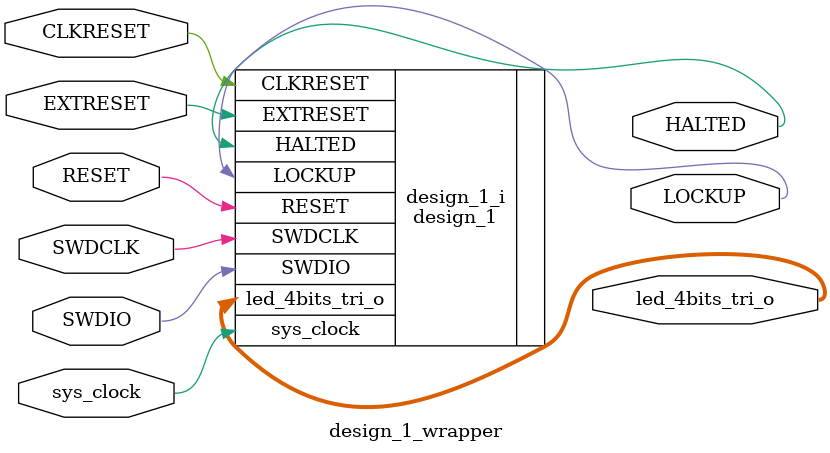
<source format=v>
`timescale 1 ps / 1 ps

module design_1_wrapper
   (CLKRESET,
    EXTRESET,
    HALTED,
    LOCKUP,
    RESET,
    SWDCLK,
    SWDIO,
    led_4bits_tri_o,
    sys_clock);
  input CLKRESET;
  input EXTRESET;
  output HALTED;
  output LOCKUP;
  input RESET;
  input SWDCLK;
  inout SWDIO;
  output [3:0]led_4bits_tri_o;
  input sys_clock;

  wire CLKRESET;
  wire EXTRESET;
  wire HALTED;
  wire LOCKUP;
  wire RESET;
  wire SWDCLK;
  wire SWDIO;
  wire [3:0]led_4bits_tri_o;
  wire sys_clock;

  design_1 design_1_i
       (.CLKRESET(CLKRESET),
        .EXTRESET(EXTRESET),
        .HALTED(HALTED),
        .LOCKUP(LOCKUP),
        .RESET(RESET),
        .SWDCLK(SWDCLK),
        .SWDIO(SWDIO),
        .led_4bits_tri_o(led_4bits_tri_o),
        .sys_clock(sys_clock));
endmodule

</source>
